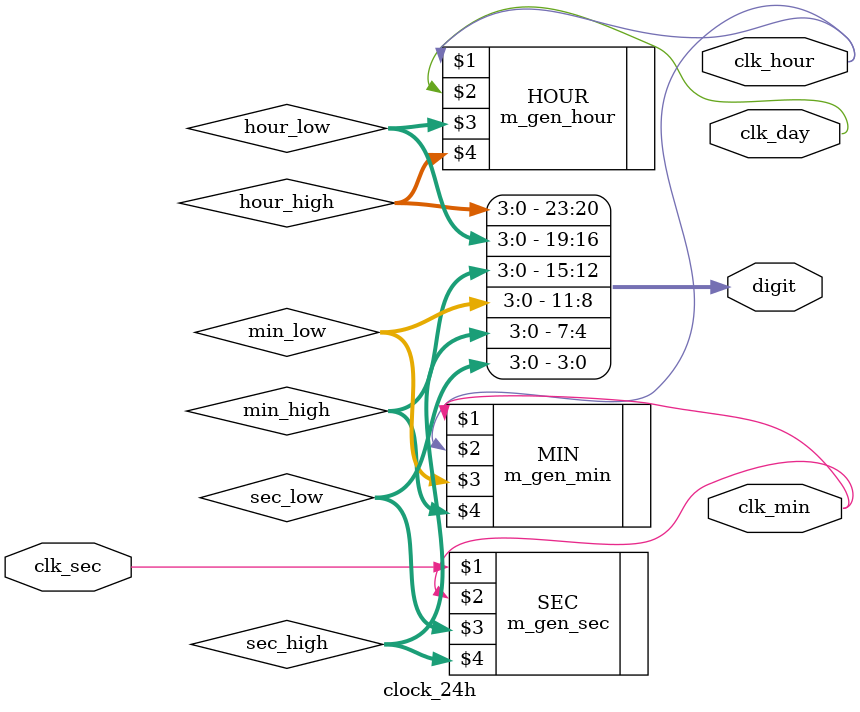
<source format=v>
`timescale 1ns / 1ps
module clock_24h(
	input wire clk_sec,
	output wire[23:0] digit,
	output wire clk_min, clk_hour, clk_day);
	
	wire[3:0] sec_low,sec_high,min_low,min_high,hour_low,hour_high;
	m_gen_sec SEC(clk_sec,clk_min,sec_low,sec_high);
	m_gen_min MIN (clk_min, clk_hour, min_low, min_high);
	m_gen_hour HOUR(clk_hour, clk_day, hour_low, hour_high);
	assign digit[23:20] = hour_high[3:0] ;
	assign digit[19:16] = hour_low[3:0] ;
	assign digit[15:12] = min_high[3:0] ;
	assign digit[11:8]  = min_low[3:0] ;
	assign digit[7:4]   = sec_high[3:0];
	assign digit[3:0]   = sec_low[3:0];

endmodule

</source>
